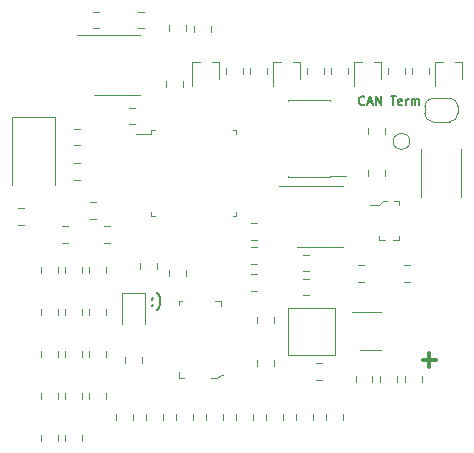
<source format=gto>
%TF.GenerationSoftware,KiCad,Pcbnew,(5.1.6)-1*%
%TF.CreationDate,2020-12-03T23:45:43-06:00*%
%TF.ProjectId,CANBoard,43414e42-6f61-4726-942e-6b696361645f,v1*%
%TF.SameCoordinates,Original*%
%TF.FileFunction,Legend,Top*%
%TF.FilePolarity,Positive*%
%FSLAX46Y46*%
G04 Gerber Fmt 4.6, Leading zero omitted, Abs format (unit mm)*
G04 Created by KiCad (PCBNEW (5.1.6)-1) date 2020-12-03 23:45:43*
%MOMM*%
%LPD*%
G01*
G04 APERTURE LIST*
%ADD10C,0.150000*%
%ADD11C,0.300000*%
%ADD12C,0.120000*%
%ADD13C,0.100000*%
G04 APERTURE END LIST*
D10*
X131111666Y-88368142D02*
X131159285Y-88415761D01*
X131111666Y-88463380D01*
X131064047Y-88415761D01*
X131111666Y-88368142D01*
X131111666Y-88463380D01*
X131111666Y-87844333D02*
X131159285Y-87891952D01*
X131111666Y-87939571D01*
X131064047Y-87891952D01*
X131111666Y-87844333D01*
X131111666Y-87939571D01*
X131492619Y-88844333D02*
X131540238Y-88796714D01*
X131635476Y-88653857D01*
X131683095Y-88558619D01*
X131730714Y-88415761D01*
X131778333Y-88177666D01*
X131778333Y-87987190D01*
X131730714Y-87749095D01*
X131683095Y-87606238D01*
X131635476Y-87511000D01*
X131540238Y-87368142D01*
X131492619Y-87320523D01*
D11*
X153987571Y-93071142D02*
X155130428Y-93071142D01*
X154559000Y-93642571D02*
X154559000Y-92499714D01*
D10*
X149068571Y-71387857D02*
X149032857Y-71423571D01*
X148925714Y-71459285D01*
X148854285Y-71459285D01*
X148747142Y-71423571D01*
X148675714Y-71352142D01*
X148640000Y-71280714D01*
X148604285Y-71137857D01*
X148604285Y-71030714D01*
X148640000Y-70887857D01*
X148675714Y-70816428D01*
X148747142Y-70745000D01*
X148854285Y-70709285D01*
X148925714Y-70709285D01*
X149032857Y-70745000D01*
X149068571Y-70780714D01*
X149354285Y-71245000D02*
X149711428Y-71245000D01*
X149282857Y-71459285D02*
X149532857Y-70709285D01*
X149782857Y-71459285D01*
X150032857Y-71459285D02*
X150032857Y-70709285D01*
X150461428Y-71459285D01*
X150461428Y-70709285D01*
X151282857Y-70709285D02*
X151711428Y-70709285D01*
X151497142Y-71459285D02*
X151497142Y-70709285D01*
X152247142Y-71423571D02*
X152175714Y-71459285D01*
X152032857Y-71459285D01*
X151961428Y-71423571D01*
X151925714Y-71352142D01*
X151925714Y-71066428D01*
X151961428Y-70995000D01*
X152032857Y-70959285D01*
X152175714Y-70959285D01*
X152247142Y-70995000D01*
X152282857Y-71066428D01*
X152282857Y-71137857D01*
X151925714Y-71209285D01*
X152604285Y-71459285D02*
X152604285Y-70959285D01*
X152604285Y-71102142D02*
X152640000Y-71030714D01*
X152675714Y-70995000D01*
X152747142Y-70959285D01*
X152818571Y-70959285D01*
X153068571Y-71459285D02*
X153068571Y-70959285D01*
X153068571Y-71030714D02*
X153104285Y-70995000D01*
X153175714Y-70959285D01*
X153282857Y-70959285D01*
X153354285Y-70995000D01*
X153390000Y-71066428D01*
X153390000Y-71459285D01*
X153390000Y-71066428D02*
X153425714Y-70995000D01*
X153497142Y-70959285D01*
X153604285Y-70959285D01*
X153675714Y-70995000D01*
X153711428Y-71066428D01*
X153711428Y-71459285D01*
D12*
X130500000Y-90027000D02*
X130500000Y-87342000D01*
X130500000Y-87342000D02*
X128580000Y-87342000D01*
X128580000Y-87342000D02*
X128580000Y-90027000D01*
X131520000Y-84831422D02*
X131520000Y-85348578D01*
X130100000Y-84831422D02*
X130100000Y-85348578D01*
X152909500Y-74549000D02*
G75*
G03*
X152909500Y-74549000I-700000J0D01*
G01*
X142589500Y-88614500D02*
X146589500Y-88614500D01*
X146589500Y-88614500D02*
X146589500Y-92614500D01*
X146589500Y-92614500D02*
X142589500Y-92614500D01*
X142589500Y-92614500D02*
X142589500Y-88614500D01*
X126106422Y-63552000D02*
X126623578Y-63552000D01*
X126106422Y-64972000D02*
X126623578Y-64972000D01*
X132259000Y-69981578D02*
X132259000Y-69464422D01*
X133679000Y-69981578D02*
X133679000Y-69464422D01*
X145288000Y-83459000D02*
X147238000Y-83459000D01*
X145288000Y-83459000D02*
X143338000Y-83459000D01*
X145288000Y-78339000D02*
X147238000Y-78339000D01*
X145288000Y-78339000D02*
X141838000Y-78339000D01*
D13*
X136103000Y-94588000D02*
X136578000Y-94588000D01*
X136578000Y-94588000D02*
X136903000Y-94288000D01*
X136903000Y-94288000D02*
X137098000Y-94288000D01*
X136428000Y-88038000D02*
X136903000Y-88038000D01*
X136903000Y-88038000D02*
X136903000Y-88488000D01*
X133353000Y-94088000D02*
X133353000Y-94588000D01*
X133353000Y-94588000D02*
X133753000Y-94588000D01*
X133353000Y-88413000D02*
X133353000Y-88038000D01*
X133353000Y-88038000D02*
X133653000Y-88038000D01*
D12*
X130250000Y-92832422D02*
X130250000Y-93349578D01*
X128830000Y-92832422D02*
X128830000Y-93349578D01*
X139441422Y-85777000D02*
X139958578Y-85777000D01*
X139441422Y-87197000D02*
X139958578Y-87197000D01*
X148706000Y-92224500D02*
X150506000Y-92224500D01*
X150506000Y-89004500D02*
X148056000Y-89004500D01*
X144950922Y-93333500D02*
X145468078Y-93333500D01*
X144950922Y-94753500D02*
X145468078Y-94753500D01*
X144403578Y-87578000D02*
X143886422Y-87578000D01*
X144403578Y-86158000D02*
X143886422Y-86158000D01*
X152395422Y-85015000D02*
X152912578Y-85015000D01*
X152395422Y-86435000D02*
X152912578Y-86435000D01*
X141426000Y-93086422D02*
X141426000Y-93603578D01*
X140006000Y-93086422D02*
X140006000Y-93603578D01*
X140006000Y-89920578D02*
X140006000Y-89403422D01*
X141426000Y-89920578D02*
X141426000Y-89403422D01*
X148521922Y-85015000D02*
X149039078Y-85015000D01*
X148521922Y-86435000D02*
X149039078Y-86435000D01*
X151840000Y-94419922D02*
X151840000Y-94937078D01*
X150420000Y-94419922D02*
X150420000Y-94937078D01*
X153935500Y-94419922D02*
X153935500Y-94937078D01*
X152515500Y-94419922D02*
X152515500Y-94937078D01*
X149744500Y-94419922D02*
X149744500Y-94937078D01*
X148324500Y-94419922D02*
X148324500Y-94937078D01*
X153865000Y-79268064D02*
X153865000Y-75163936D01*
X157285000Y-79268064D02*
X157285000Y-75163936D01*
X122831000Y-78265000D02*
X122831000Y-72515000D01*
X122831000Y-72515000D02*
X119231000Y-72515000D01*
X119231000Y-72515000D02*
X119231000Y-78265000D01*
X128143000Y-70632000D02*
X130093000Y-70632000D01*
X128143000Y-70632000D02*
X126193000Y-70632000D01*
X128143000Y-65512000D02*
X130093000Y-65512000D01*
X128143000Y-65512000D02*
X124693000Y-65512000D01*
X137930000Y-80826000D02*
X138230000Y-80826000D01*
X138230000Y-80826000D02*
X138230000Y-80526000D01*
X131310000Y-80826000D02*
X131010000Y-80826000D01*
X131010000Y-80826000D02*
X131010000Y-80526000D01*
X137930000Y-73606000D02*
X138230000Y-73606000D01*
X138230000Y-73606000D02*
X138230000Y-73906000D01*
X131310000Y-73606000D02*
X131010000Y-73606000D01*
X131010000Y-73606000D02*
X131010000Y-73906000D01*
X131010000Y-73906000D02*
X129695000Y-73906000D01*
X123750000Y-85729578D02*
X123750000Y-85212422D01*
X125170000Y-85729578D02*
X125170000Y-85212422D01*
X125170000Y-92324422D02*
X125170000Y-92841578D01*
X123750000Y-92324422D02*
X123750000Y-92841578D01*
X125170000Y-88768422D02*
X125170000Y-89285578D01*
X123750000Y-88768422D02*
X123750000Y-89285578D01*
X123750000Y-99953578D02*
X123750000Y-99436422D01*
X125170000Y-99953578D02*
X125170000Y-99436422D01*
X123750000Y-96397578D02*
X123750000Y-95880422D01*
X125170000Y-96397578D02*
X125170000Y-95880422D01*
X123138000Y-85212422D02*
X123138000Y-85729578D01*
X121718000Y-85212422D02*
X121718000Y-85729578D01*
X121718000Y-92841578D02*
X121718000Y-92324422D01*
X123138000Y-92841578D02*
X123138000Y-92324422D01*
X121718000Y-89285578D02*
X121718000Y-88768422D01*
X123138000Y-89285578D02*
X123138000Y-88768422D01*
X123138000Y-99436422D02*
X123138000Y-99953578D01*
X121718000Y-99436422D02*
X121718000Y-99953578D01*
X123138000Y-95880422D02*
X123138000Y-96397578D01*
X121718000Y-95880422D02*
X121718000Y-96397578D01*
X147268000Y-97658422D02*
X147268000Y-98175578D01*
X145848000Y-97658422D02*
X145848000Y-98175578D01*
X144728000Y-97658422D02*
X144728000Y-98175578D01*
X143308000Y-97658422D02*
X143308000Y-98175578D01*
X142188000Y-97658422D02*
X142188000Y-98175578D01*
X140768000Y-97658422D02*
X140768000Y-98175578D01*
X139648000Y-97658422D02*
X139648000Y-98175578D01*
X138228000Y-97658422D02*
X138228000Y-98175578D01*
X137108000Y-97658422D02*
X137108000Y-98175578D01*
X135688000Y-97658422D02*
X135688000Y-98175578D01*
X134568000Y-97658422D02*
X134568000Y-98175578D01*
X133148000Y-97658422D02*
X133148000Y-98175578D01*
X132028000Y-97658422D02*
X132028000Y-98175578D01*
X130608000Y-97658422D02*
X130608000Y-98175578D01*
X129488000Y-97658422D02*
X129488000Y-98175578D01*
X128068000Y-97658422D02*
X128068000Y-98175578D01*
X144197000Y-68838578D02*
X144197000Y-68321422D01*
X145617000Y-68838578D02*
X145617000Y-68321422D01*
X136092000Y-64765422D02*
X136092000Y-65282578D01*
X134672000Y-64765422D02*
X134672000Y-65282578D01*
X147649000Y-68321422D02*
X147649000Y-68838578D01*
X146229000Y-68321422D02*
X146229000Y-68838578D01*
X133933000Y-64716922D02*
X133933000Y-65234078D01*
X132513000Y-64716922D02*
X132513000Y-65234078D01*
X137339000Y-68838578D02*
X137339000Y-68321422D01*
X138759000Y-68838578D02*
X138759000Y-68321422D01*
X153087000Y-68838578D02*
X153087000Y-68321422D01*
X154507000Y-68838578D02*
X154507000Y-68321422D01*
X140791000Y-68321422D02*
X140791000Y-68838578D01*
X139371000Y-68321422D02*
X139371000Y-68838578D01*
X152475000Y-68321422D02*
X152475000Y-68838578D01*
X151055000Y-68321422D02*
X151055000Y-68838578D01*
X150824000Y-73416422D02*
X150824000Y-73933578D01*
X149404000Y-73416422D02*
X149404000Y-73933578D01*
X149404000Y-77474578D02*
X149404000Y-76957422D01*
X150824000Y-77474578D02*
X150824000Y-76957422D01*
X149852000Y-67850000D02*
X150512000Y-67850000D01*
X148192000Y-67850000D02*
X148852000Y-67850000D01*
X148192000Y-67850000D02*
X148192000Y-69880000D01*
X150512000Y-69260000D02*
X150512000Y-67850000D01*
X136136000Y-67850000D02*
X136796000Y-67850000D01*
X134476000Y-67850000D02*
X135136000Y-67850000D01*
X134476000Y-67850000D02*
X134476000Y-69880000D01*
X136796000Y-69260000D02*
X136796000Y-67850000D01*
X142994000Y-67850000D02*
X143654000Y-67850000D01*
X141334000Y-67850000D02*
X141994000Y-67850000D01*
X141334000Y-67850000D02*
X141334000Y-69880000D01*
X143654000Y-69260000D02*
X143654000Y-67850000D01*
X156710000Y-67850000D02*
X157370000Y-67850000D01*
X155050000Y-67850000D02*
X155710000Y-67850000D01*
X155050000Y-67850000D02*
X155050000Y-69880000D01*
X157370000Y-69260000D02*
X157370000Y-67850000D01*
X154175000Y-72182000D02*
X154175000Y-71582000D01*
X156275000Y-72882000D02*
X154875000Y-72882000D01*
X156975000Y-71582000D02*
X156975000Y-72182000D01*
X154875000Y-70882000D02*
X156275000Y-70882000D01*
X154175000Y-71582000D02*
G75*
G02*
X154875000Y-70882000I700000J0D01*
G01*
X154875000Y-72882000D02*
G75*
G02*
X154175000Y-72182000I0J700000D01*
G01*
X156975000Y-72182000D02*
G75*
G02*
X156275000Y-72882000I-700000J0D01*
G01*
X156275000Y-70882000D02*
G75*
G02*
X156975000Y-71582000I0J-700000D01*
G01*
X146164000Y-77530000D02*
X142634000Y-77530000D01*
X146164000Y-71060000D02*
X142634000Y-71060000D01*
X147489000Y-77465000D02*
X146164000Y-77465000D01*
X146164000Y-77530000D02*
X146164000Y-77465000D01*
X142634000Y-77530000D02*
X142634000Y-77465000D01*
X146164000Y-71125000D02*
X146164000Y-71060000D01*
X142634000Y-71125000D02*
X142634000Y-71060000D01*
X125852422Y-79681000D02*
X126369578Y-79681000D01*
X125852422Y-81101000D02*
X126369578Y-81101000D01*
D13*
X150955000Y-79630000D02*
X150680000Y-79630000D01*
X150680000Y-79630000D02*
X150305000Y-79905000D01*
X150305000Y-79905000D02*
X150305000Y-79955000D01*
X150305000Y-79955000D02*
X149530000Y-79955000D01*
X150780000Y-82930000D02*
X150305000Y-82930000D01*
X150305000Y-82930000D02*
X150305000Y-82580000D01*
X151955000Y-82705000D02*
X151955000Y-82580000D01*
X151955000Y-82630000D02*
X151955000Y-82930000D01*
X151955000Y-82930000D02*
X151505000Y-82930000D01*
X151580000Y-79630000D02*
X151955000Y-79630000D01*
X151955000Y-79630000D02*
X151955000Y-79930000D01*
D12*
X127202000Y-85212422D02*
X127202000Y-85729578D01*
X125782000Y-85212422D02*
X125782000Y-85729578D01*
X125782000Y-92841578D02*
X125782000Y-92324422D01*
X127202000Y-92841578D02*
X127202000Y-92324422D01*
X125782000Y-89285578D02*
X125782000Y-88768422D01*
X127202000Y-89285578D02*
X127202000Y-88768422D01*
X133933000Y-85466422D02*
X133933000Y-85983578D01*
X132513000Y-85466422D02*
X132513000Y-85983578D01*
X127202000Y-95880422D02*
X127202000Y-96397578D01*
X125782000Y-95880422D02*
X125782000Y-96397578D01*
X130433578Y-64972000D02*
X129916422Y-64972000D01*
X130433578Y-63552000D02*
X129916422Y-63552000D01*
X123439422Y-81713000D02*
X123956578Y-81713000D01*
X123439422Y-83133000D02*
X123956578Y-83133000D01*
X127512578Y-83133000D02*
X126995422Y-83133000D01*
X127512578Y-81713000D02*
X126995422Y-81713000D01*
X139958578Y-84911000D02*
X139441422Y-84911000D01*
X139958578Y-83491000D02*
X139441422Y-83491000D01*
X129154422Y-71680000D02*
X129671578Y-71680000D01*
X129154422Y-73100000D02*
X129671578Y-73100000D01*
X139958578Y-82879000D02*
X139441422Y-82879000D01*
X139958578Y-81459000D02*
X139441422Y-81459000D01*
X119756422Y-80189000D02*
X120273578Y-80189000D01*
X119756422Y-81609000D02*
X120273578Y-81609000D01*
X124455422Y-76379000D02*
X124972578Y-76379000D01*
X124455422Y-77799000D02*
X124972578Y-77799000D01*
X124455422Y-73458000D02*
X124972578Y-73458000D01*
X124455422Y-74878000D02*
X124972578Y-74878000D01*
X143886422Y-84126000D02*
X144403578Y-84126000D01*
X143886422Y-85546000D02*
X144403578Y-85546000D01*
M02*

</source>
